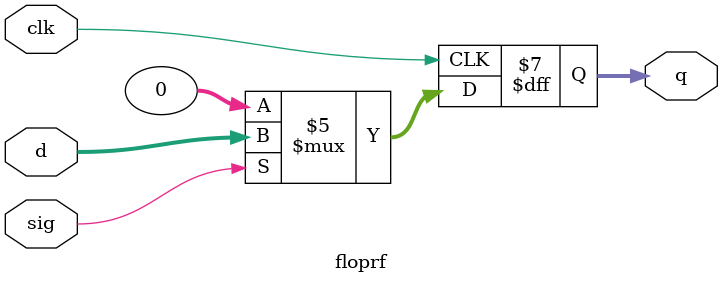
<source format=v>
module floprf(clk, sig, d, q);
    parameter width=32;
    input clk;
    input sig;
    input [width-1:0] d;
    output reg [width-1:0] q;
    initial
    begin
        q <= 0;
    end

    always @(negedge clk)
        if (sig==1)
            q <= d;
        else
            q <= 0;
endmodule
</source>
